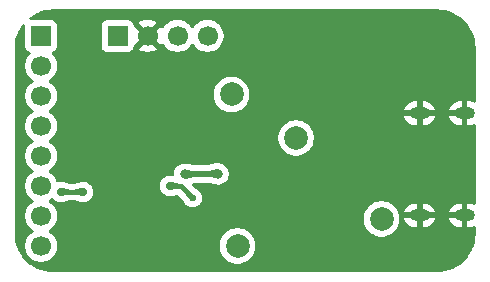
<source format=gbr>
%TF.GenerationSoftware,KiCad,Pcbnew,9.0.3-9.0.3-0~ubuntu22.04.1*%
%TF.CreationDate,2025-07-27T07:15:49-07:00*%
%TF.ProjectId,mixer-main,6d697865-722d-46d6-9169-6e2e6b696361,rev?*%
%TF.SameCoordinates,Original*%
%TF.FileFunction,Copper,L2,Bot*%
%TF.FilePolarity,Positive*%
%FSLAX46Y46*%
G04 Gerber Fmt 4.6, Leading zero omitted, Abs format (unit mm)*
G04 Created by KiCad (PCBNEW 9.0.3-9.0.3-0~ubuntu22.04.1) date 2025-07-27 07:15:49*
%MOMM*%
%LPD*%
G01*
G04 APERTURE LIST*
%TA.AperFunction,ComponentPad*%
%ADD10R,1.700000X1.700000*%
%TD*%
%TA.AperFunction,ComponentPad*%
%ADD11C,1.700000*%
%TD*%
%TA.AperFunction,HeatsinkPad*%
%ADD12O,1.700000X1.000000*%
%TD*%
%TA.AperFunction,ComponentPad*%
%ADD13C,2.000000*%
%TD*%
%TA.AperFunction,ViaPad*%
%ADD14C,0.600000*%
%TD*%
%TA.AperFunction,ViaPad*%
%ADD15C,0.800000*%
%TD*%
%TA.AperFunction,ViaPad*%
%ADD16C,0.700000*%
%TD*%
%TA.AperFunction,Conductor*%
%ADD17C,0.400000*%
%TD*%
%TA.AperFunction,Conductor*%
%ADD18C,0.500000*%
%TD*%
G04 APERTURE END LIST*
D10*
%TO.P,J2,1,Pin_1*%
%TO.N,/MIX_OUT*%
X131445000Y-73660000D03*
D11*
%TO.P,J2,2,Pin_2*%
%TO.N,GND*%
X133985000Y-73660000D03*
%TO.P,J2,3,Pin_3*%
%TO.N,/TO_OPAMP_7*%
X136525000Y-73660000D03*
%TO.P,J2,4,Pin_4*%
%TO.N,/TO_OPAMP_6*%
X139065000Y-73660000D03*
%TD*%
D12*
%TO.P,J1,S1,SHIELD*%
%TO.N,GND*%
X157020000Y-88853000D03*
X160820000Y-88853000D03*
X157020000Y-80213000D03*
X160820000Y-80213000D03*
%TD*%
D13*
%TO.P,TP4,1,1*%
%TO.N,Net-(U1A--)*%
X141605000Y-91440000D03*
%TD*%
%TO.P,TP3,1,1*%
%TO.N,Net-(FB1-Pad1)*%
X153797000Y-89154000D03*
%TD*%
D10*
%TO.P,J3,1,Pin_1*%
%TO.N,/IN_SIG_1*%
X124968000Y-73660000D03*
D11*
%TO.P,J3,2,Pin_2*%
%TO.N,/VREF_1.65V*%
X124968000Y-76200000D03*
%TO.P,J3,3,Pin_3*%
%TO.N,/IN_SIG_2*%
X124968000Y-78740000D03*
%TO.P,J3,4,Pin_4*%
%TO.N,/VREF_1.65V*%
X124968000Y-81280000D03*
%TO.P,J3,5,Pin_5*%
%TO.N,/IN_SIG_3*%
X124968000Y-83820000D03*
%TO.P,J3,6,Pin_6*%
%TO.N,/VREF_1.65V*%
X124968000Y-86360000D03*
%TO.P,J3,7,Pin_7*%
%TO.N,/IN_SIG_4*%
X124968000Y-88900000D03*
%TO.P,J3,8,Pin_8*%
%TO.N,/VREF_1.65V*%
X124968000Y-91440000D03*
%TD*%
D13*
%TO.P,TP2,1,1*%
%TO.N,+3.3V*%
X141097000Y-78613000D03*
%TD*%
%TO.P,TP1,1,1*%
%TO.N,/VREF_1.65V*%
X146558000Y-82296000D03*
%TD*%
D14*
%TO.N,GND*%
X147828000Y-77216000D03*
X155956000Y-74168000D03*
X156210000Y-75184000D03*
X156210000Y-76200000D03*
X155956000Y-77470000D03*
X156464000Y-78486000D03*
X141478000Y-72898000D03*
X129540000Y-83058000D03*
X160528000Y-86360000D03*
X153924000Y-92710000D03*
X158496000Y-73914000D03*
X160528000Y-82804000D03*
X127762000Y-92202000D03*
D15*
X159004000Y-87884000D03*
D14*
X150114000Y-72644000D03*
D15*
X159004000Y-81280000D03*
D14*
X158496000Y-77216000D03*
X146812000Y-77216000D03*
X151638000Y-81788000D03*
X147574000Y-92710000D03*
X132334000Y-81534000D03*
X141224000Y-82550000D03*
X154178000Y-72644000D03*
X150622000Y-85598000D03*
X139446000Y-80010000D03*
X132334000Y-90424000D03*
X127762000Y-72136000D03*
X135128000Y-76708000D03*
X130048000Y-87884000D03*
D15*
X139192000Y-90678000D03*
D14*
X158750000Y-91948000D03*
X139192000Y-76200000D03*
X151384000Y-90170000D03*
D16*
%TO.N,/VREF_1.65V*%
X128524000Y-86868000D03*
D14*
X137795000Y-87376000D03*
D16*
X126617000Y-86868000D03*
X135890000Y-86360000D03*
D15*
%TO.N,+3.3V*%
X139954000Y-85344000D03*
X137122000Y-85378522D03*
%TD*%
D17*
%TO.N,/VREF_1.65V*%
X135890000Y-86360000D02*
X136779000Y-86360000D01*
X136779000Y-86360000D02*
X137795000Y-87376000D01*
X128524000Y-86868000D02*
X126617000Y-86868000D01*
D18*
%TO.N,+3.3V*%
X139954000Y-85344000D02*
X137156522Y-85344000D01*
X137156522Y-85344000D02*
X137122000Y-85378522D01*
%TD*%
%TA.AperFunction,Conductor*%
%TO.N,GND*%
G36*
X158499243Y-71420669D02*
G01*
X158829805Y-71437994D01*
X158842712Y-71439351D01*
X158985353Y-71461942D01*
X159166435Y-71490622D01*
X159179122Y-71493318D01*
X159495734Y-71578155D01*
X159508073Y-71582165D01*
X159814067Y-71699625D01*
X159825910Y-71704897D01*
X160117977Y-71853712D01*
X160129191Y-71860188D01*
X160404081Y-72038703D01*
X160414582Y-72046332D01*
X160669308Y-72252605D01*
X160678953Y-72261290D01*
X160910709Y-72493046D01*
X160919394Y-72502691D01*
X161125667Y-72757417D01*
X161133296Y-72767918D01*
X161311808Y-73042802D01*
X161318290Y-73054029D01*
X161391825Y-73198349D01*
X161467097Y-73346079D01*
X161472376Y-73357937D01*
X161589834Y-73663927D01*
X161593845Y-73676270D01*
X161678679Y-73992871D01*
X161681377Y-74005568D01*
X161732648Y-74329287D01*
X161734005Y-74342194D01*
X161751330Y-74672756D01*
X161751500Y-74679246D01*
X161751500Y-79185893D01*
X161731815Y-79252932D01*
X161679011Y-79298687D01*
X161609853Y-79308631D01*
X161580048Y-79300454D01*
X161461693Y-79251430D01*
X161461681Y-79251427D01*
X161268495Y-79213000D01*
X161070000Y-79213000D01*
X161070000Y-79963000D01*
X160570000Y-79963000D01*
X160570000Y-79213000D01*
X160371504Y-79213000D01*
X160178318Y-79251427D01*
X160178306Y-79251430D01*
X159996328Y-79326807D01*
X159996315Y-79326814D01*
X159832537Y-79436248D01*
X159832533Y-79436251D01*
X159693251Y-79575533D01*
X159693248Y-79575537D01*
X159583814Y-79739315D01*
X159583807Y-79739328D01*
X159508430Y-79921307D01*
X159508430Y-79921309D01*
X159500138Y-79963000D01*
X160420272Y-79963000D01*
X160328386Y-80001060D01*
X160258060Y-80071386D01*
X160220000Y-80163272D01*
X160220000Y-80262728D01*
X160258060Y-80354614D01*
X160328386Y-80424940D01*
X160420272Y-80463000D01*
X159500138Y-80463000D01*
X159508430Y-80504690D01*
X159508430Y-80504692D01*
X159583807Y-80686671D01*
X159583814Y-80686684D01*
X159693248Y-80850462D01*
X159693251Y-80850466D01*
X159832533Y-80989748D01*
X159832537Y-80989751D01*
X159996315Y-81099185D01*
X159996328Y-81099192D01*
X160178306Y-81174569D01*
X160178318Y-81174572D01*
X160371504Y-81212999D01*
X160371508Y-81213000D01*
X160570000Y-81213000D01*
X160570000Y-80463000D01*
X161070000Y-80463000D01*
X161070000Y-81213000D01*
X161268492Y-81213000D01*
X161268495Y-81212999D01*
X161461681Y-81174572D01*
X161461689Y-81174570D01*
X161580047Y-81125545D01*
X161649516Y-81118076D01*
X161711996Y-81149351D01*
X161747648Y-81209440D01*
X161751500Y-81240106D01*
X161751500Y-87825893D01*
X161731815Y-87892932D01*
X161679011Y-87938687D01*
X161609853Y-87948631D01*
X161580048Y-87940454D01*
X161461693Y-87891430D01*
X161461681Y-87891427D01*
X161268495Y-87853000D01*
X161070000Y-87853000D01*
X161070000Y-88603000D01*
X160570000Y-88603000D01*
X160570000Y-87853000D01*
X160371504Y-87853000D01*
X160178318Y-87891427D01*
X160178306Y-87891430D01*
X159996328Y-87966807D01*
X159996315Y-87966814D01*
X159832537Y-88076248D01*
X159832533Y-88076251D01*
X159693251Y-88215533D01*
X159693248Y-88215537D01*
X159583814Y-88379315D01*
X159583807Y-88379328D01*
X159508430Y-88561307D01*
X159508430Y-88561309D01*
X159500138Y-88603000D01*
X160420272Y-88603000D01*
X160328386Y-88641060D01*
X160258060Y-88711386D01*
X160220000Y-88803272D01*
X160220000Y-88902728D01*
X160258060Y-88994614D01*
X160328386Y-89064940D01*
X160420272Y-89103000D01*
X159500138Y-89103000D01*
X159508430Y-89144690D01*
X159508430Y-89144692D01*
X159583807Y-89326671D01*
X159583814Y-89326684D01*
X159693248Y-89490462D01*
X159693251Y-89490466D01*
X159832533Y-89629748D01*
X159832537Y-89629751D01*
X159996315Y-89739185D01*
X159996328Y-89739192D01*
X160178306Y-89814569D01*
X160178318Y-89814572D01*
X160371504Y-89852999D01*
X160371508Y-89853000D01*
X160570000Y-89853000D01*
X160570000Y-89103000D01*
X161070000Y-89103000D01*
X161070000Y-89853000D01*
X161268492Y-89853000D01*
X161268495Y-89852999D01*
X161461681Y-89814572D01*
X161461689Y-89814570D01*
X161580047Y-89765545D01*
X161649516Y-89758076D01*
X161711996Y-89789351D01*
X161747648Y-89849440D01*
X161751500Y-89880106D01*
X161751500Y-90420753D01*
X161751330Y-90427243D01*
X161734005Y-90757805D01*
X161732648Y-90770712D01*
X161681377Y-91094431D01*
X161678679Y-91107128D01*
X161593845Y-91423729D01*
X161589834Y-91436072D01*
X161472376Y-91742062D01*
X161467097Y-91753920D01*
X161318294Y-92045964D01*
X161311804Y-92057204D01*
X161133296Y-92332081D01*
X161125667Y-92342582D01*
X160919394Y-92597308D01*
X160910709Y-92606953D01*
X160678953Y-92838709D01*
X160669308Y-92847394D01*
X160414582Y-93053667D01*
X160404081Y-93061296D01*
X160129204Y-93239804D01*
X160117964Y-93246294D01*
X159825920Y-93395097D01*
X159814062Y-93400376D01*
X159508072Y-93517834D01*
X159495729Y-93521845D01*
X159179128Y-93606679D01*
X159166431Y-93609377D01*
X158842712Y-93660648D01*
X158829805Y-93662005D01*
X158499244Y-93679330D01*
X158492754Y-93679500D01*
X125987246Y-93679500D01*
X125980756Y-93679330D01*
X125650194Y-93662005D01*
X125637287Y-93660648D01*
X125313568Y-93609377D01*
X125300871Y-93606679D01*
X124984270Y-93521845D01*
X124971927Y-93517834D01*
X124665937Y-93400376D01*
X124654079Y-93395097D01*
X124362029Y-93246290D01*
X124350802Y-93239808D01*
X124075918Y-93061296D01*
X124065417Y-93053667D01*
X123810691Y-92847394D01*
X123801046Y-92838709D01*
X123569290Y-92606953D01*
X123560605Y-92597308D01*
X123354332Y-92342582D01*
X123346703Y-92332081D01*
X123168188Y-92057191D01*
X123161712Y-92045977D01*
X123012897Y-91753910D01*
X123007623Y-91742062D01*
X123000990Y-91724783D01*
X122890165Y-91436072D01*
X122886154Y-91423729D01*
X122858869Y-91321902D01*
X122801318Y-91107122D01*
X122798622Y-91094431D01*
X122797703Y-91088631D01*
X122762127Y-90864008D01*
X122747351Y-90770712D01*
X122745994Y-90757805D01*
X122728670Y-90427243D01*
X122728500Y-90420753D01*
X122728500Y-74679246D01*
X122728670Y-74672756D01*
X122738429Y-74486542D01*
X122745994Y-74342192D01*
X122747351Y-74329287D01*
X122753429Y-74290912D01*
X122798623Y-74005560D01*
X122801317Y-73992881D01*
X122886157Y-73676259D01*
X122890165Y-73663927D01*
X122891672Y-73660001D01*
X123007628Y-73357925D01*
X123012894Y-73346096D01*
X123161716Y-73054014D01*
X123168182Y-73042816D01*
X123346710Y-72767907D01*
X123354325Y-72757426D01*
X123397135Y-72704559D01*
X123454621Y-72664850D01*
X123524452Y-72662522D01*
X123584456Y-72698317D01*
X123615582Y-72760871D01*
X123617500Y-72782597D01*
X123617500Y-74557870D01*
X123617501Y-74557876D01*
X123623908Y-74617483D01*
X123674202Y-74752328D01*
X123674206Y-74752335D01*
X123760452Y-74867544D01*
X123760455Y-74867547D01*
X123875664Y-74953793D01*
X123875671Y-74953797D01*
X124007082Y-75002810D01*
X124063016Y-75044681D01*
X124087433Y-75110145D01*
X124072582Y-75178418D01*
X124051431Y-75206673D01*
X123937889Y-75320215D01*
X123812951Y-75492179D01*
X123716444Y-75681585D01*
X123650753Y-75883760D01*
X123617500Y-76093713D01*
X123617500Y-76306286D01*
X123650753Y-76516239D01*
X123716444Y-76718414D01*
X123812951Y-76907820D01*
X123937890Y-77079786D01*
X124088213Y-77230109D01*
X124260182Y-77355050D01*
X124268946Y-77359516D01*
X124319742Y-77407491D01*
X124336536Y-77475312D01*
X124313998Y-77541447D01*
X124268946Y-77580484D01*
X124260182Y-77584949D01*
X124088213Y-77709890D01*
X123937890Y-77860213D01*
X123812951Y-78032179D01*
X123716444Y-78221585D01*
X123650753Y-78423760D01*
X123637184Y-78509434D01*
X123617500Y-78633713D01*
X123617500Y-78846287D01*
X123650754Y-79056243D01*
X123714662Y-79252932D01*
X123716444Y-79258414D01*
X123812951Y-79447820D01*
X123937890Y-79619786D01*
X124088213Y-79770109D01*
X124260182Y-79895050D01*
X124268946Y-79899516D01*
X124319742Y-79947491D01*
X124336536Y-80015312D01*
X124313998Y-80081447D01*
X124268946Y-80120484D01*
X124260182Y-80124949D01*
X124088213Y-80249890D01*
X123937890Y-80400213D01*
X123812951Y-80572179D01*
X123716444Y-80761585D01*
X123650753Y-80963760D01*
X123617500Y-81173713D01*
X123617500Y-81386286D01*
X123637025Y-81509566D01*
X123650754Y-81596243D01*
X123690966Y-81720003D01*
X123716444Y-81798414D01*
X123812951Y-81987820D01*
X123937890Y-82159786D01*
X124088213Y-82310109D01*
X124260182Y-82435050D01*
X124268946Y-82439516D01*
X124319742Y-82487491D01*
X124336536Y-82555312D01*
X124313998Y-82621447D01*
X124268946Y-82660484D01*
X124260182Y-82664949D01*
X124088213Y-82789890D01*
X123937890Y-82940213D01*
X123812951Y-83112179D01*
X123716444Y-83301585D01*
X123650753Y-83503760D01*
X123617500Y-83713713D01*
X123617500Y-83926286D01*
X123650753Y-84136239D01*
X123716444Y-84338414D01*
X123812951Y-84527820D01*
X123937890Y-84699786D01*
X124088213Y-84850109D01*
X124260182Y-84975050D01*
X124268946Y-84979516D01*
X124319742Y-85027491D01*
X124336536Y-85095312D01*
X124313998Y-85161447D01*
X124268946Y-85200484D01*
X124260182Y-85204949D01*
X124088213Y-85329890D01*
X123937890Y-85480213D01*
X123812951Y-85652179D01*
X123716444Y-85841585D01*
X123650753Y-86043760D01*
X123624839Y-86207374D01*
X123617500Y-86253713D01*
X123617500Y-86466287D01*
X123650754Y-86676243D01*
X123712316Y-86865711D01*
X123716444Y-86878414D01*
X123812951Y-87067820D01*
X123937890Y-87239786D01*
X124088213Y-87390109D01*
X124260182Y-87515050D01*
X124268946Y-87519516D01*
X124319742Y-87567491D01*
X124336536Y-87635312D01*
X124313998Y-87701447D01*
X124268946Y-87740484D01*
X124260182Y-87744949D01*
X124088213Y-87869890D01*
X123937890Y-88020213D01*
X123812951Y-88192179D01*
X123716444Y-88381585D01*
X123650753Y-88583760D01*
X123617500Y-88793713D01*
X123617500Y-89006286D01*
X123650753Y-89216239D01*
X123650753Y-89216241D01*
X123650754Y-89216243D01*
X123686634Y-89326671D01*
X123716444Y-89418414D01*
X123812951Y-89607820D01*
X123937890Y-89779786D01*
X124088213Y-89930109D01*
X124260182Y-90055050D01*
X124268946Y-90059516D01*
X124319742Y-90107491D01*
X124336536Y-90175312D01*
X124313998Y-90241447D01*
X124268946Y-90280484D01*
X124260182Y-90284949D01*
X124088213Y-90409890D01*
X123937890Y-90560213D01*
X123812951Y-90732179D01*
X123716444Y-90921585D01*
X123650753Y-91123760D01*
X123617500Y-91333713D01*
X123617500Y-91546286D01*
X123650753Y-91756239D01*
X123716444Y-91958414D01*
X123812951Y-92147820D01*
X123937890Y-92319786D01*
X124088213Y-92470109D01*
X124260179Y-92595048D01*
X124260181Y-92595049D01*
X124260184Y-92595051D01*
X124449588Y-92691557D01*
X124651757Y-92757246D01*
X124861713Y-92790500D01*
X124861714Y-92790500D01*
X125074286Y-92790500D01*
X125074287Y-92790500D01*
X125284243Y-92757246D01*
X125486412Y-92691557D01*
X125675816Y-92595051D01*
X125697789Y-92579086D01*
X125847786Y-92470109D01*
X125847788Y-92470106D01*
X125847792Y-92470104D01*
X125998104Y-92319792D01*
X125998106Y-92319788D01*
X125998109Y-92319786D01*
X126123048Y-92147820D01*
X126123047Y-92147820D01*
X126123051Y-92147816D01*
X126219557Y-91958412D01*
X126285246Y-91756243D01*
X126318500Y-91546287D01*
X126318500Y-91333713D01*
X126316629Y-91321902D01*
X140104500Y-91321902D01*
X140104500Y-91558097D01*
X140141446Y-91791368D01*
X140214433Y-92015996D01*
X140321657Y-92226433D01*
X140460483Y-92417510D01*
X140627490Y-92584517D01*
X140818567Y-92723343D01*
X140917991Y-92774002D01*
X141029003Y-92830566D01*
X141029005Y-92830566D01*
X141029008Y-92830568D01*
X141149412Y-92869689D01*
X141253631Y-92903553D01*
X141486903Y-92940500D01*
X141486908Y-92940500D01*
X141723097Y-92940500D01*
X141956368Y-92903553D01*
X142180992Y-92830568D01*
X142391433Y-92723343D01*
X142582510Y-92584517D01*
X142749517Y-92417510D01*
X142888343Y-92226433D01*
X142995568Y-92015992D01*
X143068553Y-91791368D01*
X143079099Y-91724783D01*
X143105500Y-91558097D01*
X143105500Y-91321902D01*
X143068553Y-91088631D01*
X142995566Y-90864003D01*
X142888342Y-90653566D01*
X142862177Y-90617553D01*
X142749517Y-90462490D01*
X142582510Y-90295483D01*
X142391433Y-90156657D01*
X142381424Y-90151557D01*
X142180996Y-90049433D01*
X141956368Y-89976446D01*
X141723097Y-89939500D01*
X141723092Y-89939500D01*
X141486908Y-89939500D01*
X141486903Y-89939500D01*
X141253631Y-89976446D01*
X141029003Y-90049433D01*
X140818566Y-90156657D01*
X140774817Y-90188443D01*
X140627490Y-90295483D01*
X140627488Y-90295485D01*
X140627487Y-90295485D01*
X140460485Y-90462487D01*
X140460485Y-90462488D01*
X140460483Y-90462490D01*
X140400862Y-90544550D01*
X140321657Y-90653566D01*
X140214433Y-90864003D01*
X140141446Y-91088631D01*
X140104500Y-91321902D01*
X126316629Y-91321902D01*
X126285246Y-91123757D01*
X126219557Y-90921588D01*
X126123051Y-90732184D01*
X126123049Y-90732181D01*
X126123048Y-90732179D01*
X125998109Y-90560213D01*
X125847786Y-90409890D01*
X125675820Y-90284951D01*
X125675115Y-90284591D01*
X125667054Y-90280485D01*
X125616259Y-90232512D01*
X125599463Y-90164692D01*
X125621999Y-90098556D01*
X125667054Y-90059515D01*
X125675816Y-90055051D01*
X125784006Y-89976447D01*
X125847786Y-89930109D01*
X125847788Y-89930106D01*
X125847792Y-89930104D01*
X125998104Y-89779792D01*
X125998106Y-89779788D01*
X125998109Y-89779786D01*
X126123048Y-89607820D01*
X126123047Y-89607820D01*
X126123051Y-89607816D01*
X126219557Y-89418412D01*
X126285246Y-89216243D01*
X126313809Y-89035902D01*
X152296500Y-89035902D01*
X152296500Y-89272097D01*
X152333446Y-89505368D01*
X152406433Y-89729996D01*
X152482919Y-89880106D01*
X152513657Y-89940433D01*
X152652483Y-90131510D01*
X152819490Y-90298517D01*
X153010567Y-90437343D01*
X153059915Y-90462487D01*
X153221003Y-90544566D01*
X153221005Y-90544566D01*
X153221008Y-90544568D01*
X153341412Y-90583689D01*
X153445631Y-90617553D01*
X153678903Y-90654500D01*
X153678908Y-90654500D01*
X153915097Y-90654500D01*
X154148368Y-90617553D01*
X154160971Y-90613458D01*
X154372992Y-90544568D01*
X154583433Y-90437343D01*
X154774510Y-90298517D01*
X154941517Y-90131510D01*
X155080343Y-89940433D01*
X155187568Y-89729992D01*
X155260553Y-89505368D01*
X155274325Y-89418414D01*
X155297500Y-89272097D01*
X155297500Y-89035902D01*
X155260654Y-88803272D01*
X155260553Y-88802632D01*
X155260552Y-88802628D01*
X155260552Y-88802627D01*
X155218969Y-88674649D01*
X155195688Y-88603000D01*
X155700138Y-88603000D01*
X156620272Y-88603000D01*
X156528386Y-88641060D01*
X156458060Y-88711386D01*
X156420000Y-88803272D01*
X156420000Y-88902728D01*
X156458060Y-88994614D01*
X156528386Y-89064940D01*
X156620272Y-89103000D01*
X155700138Y-89103000D01*
X155708430Y-89144690D01*
X155708430Y-89144692D01*
X155783807Y-89326671D01*
X155783814Y-89326684D01*
X155893248Y-89490462D01*
X155893251Y-89490466D01*
X156032533Y-89629748D01*
X156032537Y-89629751D01*
X156196315Y-89739185D01*
X156196328Y-89739192D01*
X156378306Y-89814569D01*
X156378318Y-89814572D01*
X156571504Y-89852999D01*
X156571508Y-89853000D01*
X156770000Y-89853000D01*
X156770000Y-89103000D01*
X157270000Y-89103000D01*
X157270000Y-89853000D01*
X157468492Y-89853000D01*
X157468495Y-89852999D01*
X157661681Y-89814572D01*
X157661693Y-89814569D01*
X157843671Y-89739192D01*
X157843684Y-89739185D01*
X158007462Y-89629751D01*
X158007466Y-89629748D01*
X158146748Y-89490466D01*
X158146751Y-89490462D01*
X158256185Y-89326684D01*
X158256192Y-89326671D01*
X158331569Y-89144692D01*
X158331569Y-89144690D01*
X158339862Y-89103000D01*
X157419728Y-89103000D01*
X157511614Y-89064940D01*
X157581940Y-88994614D01*
X157620000Y-88902728D01*
X157620000Y-88803272D01*
X157581940Y-88711386D01*
X157511614Y-88641060D01*
X157419728Y-88603000D01*
X158339862Y-88603000D01*
X158331569Y-88561309D01*
X158331569Y-88561307D01*
X158256192Y-88379328D01*
X158256185Y-88379315D01*
X158146751Y-88215537D01*
X158146748Y-88215533D01*
X158007466Y-88076251D01*
X158007462Y-88076248D01*
X157843684Y-87966814D01*
X157843671Y-87966807D01*
X157661693Y-87891430D01*
X157661681Y-87891427D01*
X157468495Y-87853000D01*
X157270000Y-87853000D01*
X157270000Y-88603000D01*
X156770000Y-88603000D01*
X156770000Y-87853000D01*
X156571504Y-87853000D01*
X156378318Y-87891427D01*
X156378306Y-87891430D01*
X156196328Y-87966807D01*
X156196315Y-87966814D01*
X156032537Y-88076248D01*
X156032533Y-88076251D01*
X155893251Y-88215533D01*
X155893248Y-88215537D01*
X155783814Y-88379315D01*
X155783807Y-88379328D01*
X155708430Y-88561307D01*
X155708430Y-88561309D01*
X155700138Y-88603000D01*
X155195688Y-88603000D01*
X155187566Y-88578003D01*
X155087487Y-88381588D01*
X155080343Y-88367567D01*
X154941517Y-88176490D01*
X154774510Y-88009483D01*
X154583433Y-87870657D01*
X154564755Y-87861140D01*
X154372996Y-87763433D01*
X154148368Y-87690446D01*
X153915097Y-87653500D01*
X153915092Y-87653500D01*
X153678908Y-87653500D01*
X153678903Y-87653500D01*
X153445631Y-87690446D01*
X153221003Y-87763433D01*
X153010566Y-87870657D01*
X152916932Y-87938687D01*
X152819490Y-88009483D01*
X152819488Y-88009485D01*
X152819487Y-88009485D01*
X152652485Y-88176487D01*
X152652485Y-88176488D01*
X152652483Y-88176490D01*
X152641081Y-88192184D01*
X152513657Y-88367566D01*
X152406433Y-88578003D01*
X152333446Y-88802631D01*
X152296500Y-89035902D01*
X126313809Y-89035902D01*
X126318500Y-89006287D01*
X126318500Y-88793713D01*
X126285246Y-88583757D01*
X126219557Y-88381588D01*
X126123051Y-88192184D01*
X126123049Y-88192181D01*
X126123048Y-88192179D01*
X125998109Y-88020213D01*
X125847786Y-87869890D01*
X125675820Y-87744951D01*
X125675115Y-87744591D01*
X125667054Y-87740485D01*
X125616259Y-87692512D01*
X125599463Y-87624692D01*
X125621999Y-87558556D01*
X125652016Y-87528572D01*
X125659211Y-87523511D01*
X125675816Y-87515051D01*
X125814209Y-87414502D01*
X125814936Y-87413992D01*
X125847141Y-87403056D01*
X125879190Y-87391622D01*
X125880156Y-87391846D01*
X125881096Y-87391528D01*
X125914070Y-87399733D01*
X125947244Y-87407447D01*
X125948301Y-87408250D01*
X125948898Y-87408399D01*
X125949909Y-87409472D01*
X125973950Y-87427739D01*
X126074837Y-87528626D01*
X126119631Y-87558556D01*
X126214137Y-87621703D01*
X126214138Y-87621703D01*
X126214139Y-87621704D01*
X126246992Y-87635312D01*
X126368918Y-87685816D01*
X126512877Y-87714451D01*
X126533228Y-87718499D01*
X126533232Y-87718500D01*
X126533233Y-87718500D01*
X126700768Y-87718500D01*
X126721122Y-87714451D01*
X126764056Y-87705910D01*
X126778018Y-87703951D01*
X126779583Y-87703821D01*
X126809940Y-87701310D01*
X127375606Y-87571635D01*
X127403313Y-87568500D01*
X127737686Y-87568500D01*
X127765392Y-87571634D01*
X128331058Y-87701310D01*
X128336628Y-87702554D01*
X128336663Y-87702561D01*
X128336723Y-87702575D01*
X128336793Y-87702589D01*
X128336927Y-87702619D01*
X128397873Y-87712019D01*
X128402018Y-87712231D01*
X128419876Y-87714450D01*
X128440233Y-87718500D01*
X128440234Y-87718500D01*
X128607768Y-87718500D01*
X128607769Y-87718499D01*
X128772082Y-87685816D01*
X128926863Y-87621703D01*
X129066162Y-87528626D01*
X129184626Y-87410162D01*
X129277703Y-87270863D01*
X129341816Y-87116082D01*
X129374500Y-86951767D01*
X129374500Y-86784233D01*
X129341816Y-86619918D01*
X129292227Y-86500201D01*
X129277704Y-86465139D01*
X129263426Y-86443771D01*
X129184626Y-86325838D01*
X129184624Y-86325835D01*
X129135017Y-86276228D01*
X135039500Y-86276228D01*
X135039500Y-86443771D01*
X135072182Y-86608074D01*
X135072184Y-86608082D01*
X135136295Y-86762860D01*
X135229373Y-86902162D01*
X135347837Y-87020626D01*
X135440494Y-87082537D01*
X135487137Y-87113703D01*
X135641918Y-87177816D01*
X135806228Y-87210499D01*
X135806232Y-87210500D01*
X135806233Y-87210500D01*
X135973768Y-87210500D01*
X135992474Y-87206778D01*
X136037056Y-87197910D01*
X136051018Y-87195951D01*
X136052151Y-87195857D01*
X136082940Y-87193310D01*
X136454314Y-87108174D01*
X136524055Y-87112381D01*
X136569701Y-87141358D01*
X136820528Y-87392185D01*
X136834393Y-87408701D01*
X137077209Y-87755179D01*
X137125049Y-87823442D01*
X137154215Y-87861143D01*
X137154219Y-87861147D01*
X137154856Y-87861826D01*
X137167513Y-87877762D01*
X137173211Y-87886289D01*
X137235553Y-87948631D01*
X137284712Y-87997790D01*
X137415814Y-88085390D01*
X137415827Y-88085397D01*
X137561498Y-88145735D01*
X137561503Y-88145737D01*
X137716093Y-88176487D01*
X137716153Y-88176499D01*
X137716156Y-88176500D01*
X137716158Y-88176500D01*
X137873844Y-88176500D01*
X137873845Y-88176499D01*
X138028497Y-88145737D01*
X138174179Y-88085394D01*
X138305289Y-87997789D01*
X138416789Y-87886289D01*
X138504394Y-87755179D01*
X138564737Y-87609497D01*
X138595500Y-87454842D01*
X138595500Y-87297158D01*
X138595500Y-87297155D01*
X138595499Y-87297153D01*
X138564737Y-87142503D01*
X138533801Y-87067816D01*
X138504397Y-86996827D01*
X138504390Y-86996814D01*
X138416789Y-86865711D01*
X138416786Y-86865707D01*
X138305292Y-86754213D01*
X138305288Y-86754210D01*
X138273725Y-86733120D01*
X138257728Y-86720406D01*
X138242442Y-86706049D01*
X137827701Y-86415393D01*
X137811185Y-86401528D01*
X137757064Y-86347407D01*
X137723579Y-86286084D01*
X137728563Y-86216392D01*
X137770435Y-86160459D01*
X137814944Y-86139361D01*
X137942988Y-86107661D01*
X137981473Y-86098134D01*
X138011271Y-86094500D01*
X139074490Y-86094500D01*
X139098720Y-86096890D01*
X139765738Y-86229788D01*
X139818746Y-86237456D01*
X139818749Y-86237455D01*
X139818751Y-86237456D01*
X139823884Y-86237691D01*
X139842395Y-86239942D01*
X139865309Y-86244500D01*
X139865311Y-86244500D01*
X140042693Y-86244500D01*
X140042694Y-86244499D01*
X140116668Y-86229785D01*
X140216658Y-86209896D01*
X140216661Y-86209894D01*
X140216666Y-86209894D01*
X140380547Y-86142013D01*
X140528035Y-86043464D01*
X140653464Y-85918035D01*
X140752013Y-85770547D01*
X140819894Y-85606666D01*
X140819968Y-85606297D01*
X140854499Y-85432695D01*
X140854500Y-85432693D01*
X140854500Y-85255306D01*
X140854499Y-85255304D01*
X140819896Y-85081341D01*
X140819893Y-85081332D01*
X140752016Y-84917459D01*
X140752009Y-84917446D01*
X140653464Y-84769965D01*
X140653461Y-84769961D01*
X140528038Y-84644538D01*
X140528034Y-84644535D01*
X140380553Y-84545990D01*
X140380540Y-84545983D01*
X140216667Y-84478106D01*
X140216658Y-84478103D01*
X140042694Y-84443500D01*
X140042691Y-84443500D01*
X139865309Y-84443500D01*
X139865308Y-84443500D01*
X139809548Y-84454590D01*
X139792038Y-84456792D01*
X139765748Y-84458209D01*
X139765740Y-84458210D01*
X139765739Y-84458211D01*
X139098714Y-84591110D01*
X139074484Y-84593500D01*
X137994677Y-84593500D01*
X137976174Y-84592112D01*
X137286470Y-84488028D01*
X137239292Y-84482891D01*
X137239328Y-84482555D01*
X137226709Y-84481208D01*
X137210691Y-84478022D01*
X137033309Y-84478022D01*
X137033306Y-84478022D01*
X136859341Y-84512625D01*
X136859332Y-84512628D01*
X136695459Y-84580505D01*
X136695446Y-84580512D01*
X136547965Y-84679057D01*
X136547961Y-84679060D01*
X136422538Y-84804483D01*
X136422535Y-84804487D01*
X136323990Y-84951968D01*
X136323983Y-84951981D01*
X136256106Y-85115854D01*
X136256103Y-85115863D01*
X136221500Y-85289826D01*
X136221500Y-85403030D01*
X136216537Y-85419930D01*
X136216600Y-85437542D01*
X136206898Y-85452756D01*
X136201815Y-85470069D01*
X136188505Y-85481601D01*
X136179035Y-85496454D01*
X136162646Y-85504008D01*
X136149011Y-85515824D01*
X136131477Y-85518376D01*
X136115583Y-85525704D01*
X136084806Y-85525172D01*
X136080289Y-85525830D01*
X136077022Y-85525372D01*
X136076523Y-85525261D01*
X136076268Y-85525206D01*
X136016126Y-85515980D01*
X136011638Y-85516208D01*
X136001099Y-85514731D01*
X136000136Y-85514295D01*
X135994118Y-85513548D01*
X135985892Y-85511911D01*
X135973768Y-85509500D01*
X135973767Y-85509500D01*
X135806233Y-85509500D01*
X135806228Y-85509500D01*
X135641925Y-85542182D01*
X135641917Y-85542184D01*
X135487139Y-85606295D01*
X135347837Y-85699373D01*
X135229373Y-85817837D01*
X135136295Y-85957139D01*
X135072184Y-86111917D01*
X135072182Y-86111925D01*
X135039500Y-86276228D01*
X129135017Y-86276228D01*
X129066162Y-86207373D01*
X128926860Y-86114295D01*
X128772082Y-86050184D01*
X128772074Y-86050182D01*
X128607771Y-86017500D01*
X128607767Y-86017500D01*
X128440233Y-86017500D01*
X128419882Y-86021548D01*
X128376957Y-86030086D01*
X128362995Y-86032045D01*
X128331073Y-86034686D01*
X128331065Y-86034688D01*
X128331060Y-86034688D01*
X128331060Y-86034689D01*
X128123320Y-86082312D01*
X127765390Y-86164365D01*
X127737683Y-86167500D01*
X127403317Y-86167500D01*
X127375610Y-86164365D01*
X126809888Y-86034677D01*
X126803551Y-86033267D01*
X126803286Y-86033209D01*
X126803251Y-86033203D01*
X126743122Y-86023979D01*
X126739018Y-86023771D01*
X126721118Y-86021548D01*
X126712892Y-86019911D01*
X126700768Y-86017500D01*
X126700767Y-86017500D01*
X126533233Y-86017500D01*
X126500661Y-86023979D01*
X126400357Y-86043930D01*
X126330766Y-86037701D01*
X126275589Y-85994838D01*
X126258236Y-85960630D01*
X126244396Y-85918035D01*
X126219557Y-85841588D01*
X126123051Y-85652184D01*
X126123049Y-85652181D01*
X126123048Y-85652179D01*
X125998109Y-85480213D01*
X125847786Y-85329890D01*
X125675820Y-85204951D01*
X125675115Y-85204591D01*
X125667054Y-85200485D01*
X125616259Y-85152512D01*
X125599463Y-85084692D01*
X125621999Y-85018556D01*
X125667054Y-84979515D01*
X125675816Y-84975051D01*
X125755085Y-84917459D01*
X125847786Y-84850109D01*
X125847788Y-84850106D01*
X125847792Y-84850104D01*
X125998104Y-84699792D01*
X125998106Y-84699788D01*
X125998109Y-84699786D01*
X126123048Y-84527820D01*
X126123047Y-84527820D01*
X126123051Y-84527816D01*
X126219557Y-84338412D01*
X126285246Y-84136243D01*
X126318500Y-83926287D01*
X126318500Y-83713713D01*
X126285246Y-83503757D01*
X126219557Y-83301588D01*
X126123051Y-83112184D01*
X126123049Y-83112181D01*
X126123048Y-83112179D01*
X125998109Y-82940213D01*
X125847786Y-82789890D01*
X125675820Y-82664951D01*
X125675115Y-82664591D01*
X125667054Y-82660485D01*
X125616259Y-82612512D01*
X125599463Y-82544692D01*
X125621999Y-82478556D01*
X125667054Y-82439515D01*
X125675816Y-82435051D01*
X125704664Y-82414092D01*
X125847786Y-82310109D01*
X125847788Y-82310106D01*
X125847792Y-82310104D01*
X125979994Y-82177902D01*
X145057500Y-82177902D01*
X145057500Y-82414097D01*
X145094446Y-82647368D01*
X145167433Y-82871996D01*
X145202192Y-82940213D01*
X145274657Y-83082433D01*
X145413483Y-83273510D01*
X145580490Y-83440517D01*
X145771567Y-83579343D01*
X145870991Y-83630002D01*
X145982003Y-83686566D01*
X145982005Y-83686566D01*
X145982008Y-83686568D01*
X146102412Y-83725689D01*
X146206631Y-83759553D01*
X146439903Y-83796500D01*
X146439908Y-83796500D01*
X146676097Y-83796500D01*
X146909368Y-83759553D01*
X147133992Y-83686568D01*
X147344433Y-83579343D01*
X147535510Y-83440517D01*
X147702517Y-83273510D01*
X147841343Y-83082433D01*
X147948568Y-82871992D01*
X148021553Y-82647368D01*
X148058500Y-82414097D01*
X148058500Y-82177902D01*
X148021553Y-81944631D01*
X147948566Y-81720003D01*
X147841342Y-81509566D01*
X147702517Y-81318490D01*
X147535510Y-81151483D01*
X147344433Y-81012657D01*
X147133996Y-80905433D01*
X146909368Y-80832446D01*
X146676097Y-80795500D01*
X146676092Y-80795500D01*
X146439908Y-80795500D01*
X146439903Y-80795500D01*
X146206631Y-80832446D01*
X145982003Y-80905433D01*
X145771566Y-81012657D01*
X145662550Y-81091862D01*
X145580490Y-81151483D01*
X145580488Y-81151485D01*
X145580487Y-81151485D01*
X145413485Y-81318487D01*
X145413485Y-81318488D01*
X145413483Y-81318490D01*
X145353862Y-81400550D01*
X145274657Y-81509566D01*
X145167433Y-81720003D01*
X145094446Y-81944631D01*
X145057500Y-82177902D01*
X125979994Y-82177902D01*
X125998104Y-82159792D01*
X126123051Y-81987816D01*
X126219557Y-81798412D01*
X126285246Y-81596243D01*
X126318500Y-81386287D01*
X126318500Y-81173713D01*
X126285246Y-80963757D01*
X126219557Y-80761588D01*
X126123051Y-80572184D01*
X126074016Y-80504692D01*
X126072463Y-80502554D01*
X125998109Y-80400213D01*
X125847786Y-80249890D01*
X125675820Y-80124951D01*
X125675115Y-80124591D01*
X125667054Y-80120485D01*
X125616259Y-80072512D01*
X125599463Y-80004692D01*
X125621999Y-79938556D01*
X125667054Y-79899515D01*
X125675816Y-79895051D01*
X125697789Y-79879086D01*
X125847786Y-79770109D01*
X125847788Y-79770106D01*
X125847792Y-79770104D01*
X125998104Y-79619792D01*
X125998106Y-79619788D01*
X125998109Y-79619786D01*
X126123048Y-79447820D01*
X126123047Y-79447820D01*
X126123051Y-79447816D01*
X126219557Y-79258412D01*
X126285246Y-79056243D01*
X126318500Y-78846287D01*
X126318500Y-78633713D01*
X126296514Y-78494902D01*
X139596500Y-78494902D01*
X139596500Y-78731097D01*
X139633446Y-78964368D01*
X139706433Y-79188996D01*
X139813657Y-79399433D01*
X139952483Y-79590510D01*
X140119490Y-79757517D01*
X140310567Y-79896343D01*
X140359562Y-79921307D01*
X140521003Y-80003566D01*
X140521005Y-80003566D01*
X140521008Y-80003568D01*
X140641412Y-80042689D01*
X140745631Y-80076553D01*
X140978903Y-80113500D01*
X140978908Y-80113500D01*
X141215097Y-80113500D01*
X141448368Y-80076553D01*
X141464270Y-80071386D01*
X141672992Y-80003568D01*
X141752611Y-79963000D01*
X155700138Y-79963000D01*
X156620272Y-79963000D01*
X156528386Y-80001060D01*
X156458060Y-80071386D01*
X156420000Y-80163272D01*
X156420000Y-80262728D01*
X156458060Y-80354614D01*
X156528386Y-80424940D01*
X156620272Y-80463000D01*
X155700138Y-80463000D01*
X155708430Y-80504690D01*
X155708430Y-80504692D01*
X155783807Y-80686671D01*
X155783814Y-80686684D01*
X155893248Y-80850462D01*
X155893251Y-80850466D01*
X156032533Y-80989748D01*
X156032537Y-80989751D01*
X156196315Y-81099185D01*
X156196328Y-81099192D01*
X156378306Y-81174569D01*
X156378318Y-81174572D01*
X156571504Y-81212999D01*
X156571508Y-81213000D01*
X156770000Y-81213000D01*
X156770000Y-80463000D01*
X157270000Y-80463000D01*
X157270000Y-81213000D01*
X157468492Y-81213000D01*
X157468495Y-81212999D01*
X157661681Y-81174572D01*
X157661693Y-81174569D01*
X157843671Y-81099192D01*
X157843684Y-81099185D01*
X158007462Y-80989751D01*
X158007466Y-80989748D01*
X158146748Y-80850466D01*
X158146751Y-80850462D01*
X158256185Y-80686684D01*
X158256192Y-80686671D01*
X158331569Y-80504692D01*
X158331569Y-80504690D01*
X158339862Y-80463000D01*
X157419728Y-80463000D01*
X157511614Y-80424940D01*
X157581940Y-80354614D01*
X157620000Y-80262728D01*
X157620000Y-80163272D01*
X157581940Y-80071386D01*
X157511614Y-80001060D01*
X157419728Y-79963000D01*
X158339862Y-79963000D01*
X158331569Y-79921309D01*
X158331569Y-79921307D01*
X158256192Y-79739328D01*
X158256185Y-79739315D01*
X158146751Y-79575537D01*
X158146748Y-79575533D01*
X158007466Y-79436251D01*
X158007462Y-79436248D01*
X157843684Y-79326814D01*
X157843671Y-79326807D01*
X157661693Y-79251430D01*
X157661681Y-79251427D01*
X157468495Y-79213000D01*
X157270000Y-79213000D01*
X157270000Y-79963000D01*
X156770000Y-79963000D01*
X156770000Y-79213000D01*
X156571504Y-79213000D01*
X156378318Y-79251427D01*
X156378306Y-79251430D01*
X156196328Y-79326807D01*
X156196315Y-79326814D01*
X156032537Y-79436248D01*
X156032533Y-79436251D01*
X155893251Y-79575533D01*
X155893248Y-79575537D01*
X155783814Y-79739315D01*
X155783807Y-79739328D01*
X155708430Y-79921307D01*
X155708430Y-79921309D01*
X155700138Y-79963000D01*
X141752611Y-79963000D01*
X141883433Y-79896343D01*
X142074510Y-79757517D01*
X142241517Y-79590510D01*
X142380343Y-79399433D01*
X142487568Y-79188992D01*
X142560553Y-78964368D01*
X142579255Y-78846287D01*
X142597500Y-78731097D01*
X142597500Y-78494902D01*
X142560553Y-78261631D01*
X142487566Y-78037003D01*
X142380342Y-77826566D01*
X142241517Y-77635490D01*
X142074510Y-77468483D01*
X141883433Y-77329657D01*
X141672996Y-77222433D01*
X141448368Y-77149446D01*
X141215097Y-77112500D01*
X141215092Y-77112500D01*
X140978908Y-77112500D01*
X140978903Y-77112500D01*
X140745631Y-77149446D01*
X140521003Y-77222433D01*
X140310566Y-77329657D01*
X140215736Y-77398556D01*
X140119490Y-77468483D01*
X140119488Y-77468485D01*
X140119487Y-77468485D01*
X139952485Y-77635487D01*
X139952485Y-77635488D01*
X139952483Y-77635490D01*
X139898428Y-77709890D01*
X139813657Y-77826566D01*
X139706433Y-78037003D01*
X139633446Y-78261631D01*
X139596500Y-78494902D01*
X126296514Y-78494902D01*
X126285246Y-78423757D01*
X126219557Y-78221588D01*
X126123051Y-78032184D01*
X126123049Y-78032181D01*
X126123048Y-78032179D01*
X125998109Y-77860213D01*
X125847786Y-77709890D01*
X125675820Y-77584951D01*
X125675115Y-77584591D01*
X125667054Y-77580485D01*
X125616259Y-77532512D01*
X125599463Y-77464692D01*
X125621999Y-77398556D01*
X125667054Y-77359515D01*
X125675816Y-77355051D01*
X125710768Y-77329657D01*
X125847786Y-77230109D01*
X125847788Y-77230106D01*
X125847792Y-77230104D01*
X125998104Y-77079792D01*
X125998106Y-77079788D01*
X125998109Y-77079786D01*
X126123048Y-76907820D01*
X126123047Y-76907820D01*
X126123051Y-76907816D01*
X126219557Y-76718412D01*
X126285246Y-76516243D01*
X126318500Y-76306287D01*
X126318500Y-76093713D01*
X126285246Y-75883757D01*
X126219557Y-75681588D01*
X126123051Y-75492184D01*
X126123049Y-75492181D01*
X126123048Y-75492179D01*
X125998109Y-75320213D01*
X125884569Y-75206673D01*
X125851084Y-75145350D01*
X125856068Y-75075658D01*
X125897940Y-75019725D01*
X125928915Y-75002810D01*
X126060331Y-74953796D01*
X126175546Y-74867546D01*
X126261796Y-74752331D01*
X126312091Y-74617483D01*
X126318500Y-74557873D01*
X126318499Y-72762135D01*
X130094500Y-72762135D01*
X130094500Y-74557870D01*
X130094501Y-74557876D01*
X130100908Y-74617483D01*
X130151202Y-74752328D01*
X130151206Y-74752335D01*
X130237452Y-74867544D01*
X130237455Y-74867547D01*
X130352664Y-74953793D01*
X130352671Y-74953797D01*
X130487517Y-75004091D01*
X130487516Y-75004091D01*
X130494444Y-75004835D01*
X130547127Y-75010500D01*
X132342872Y-75010499D01*
X132402483Y-75004091D01*
X132537331Y-74953796D01*
X132652546Y-74867546D01*
X132738796Y-74752331D01*
X132789091Y-74617483D01*
X132795500Y-74557873D01*
X132795499Y-74533979D01*
X132798330Y-74520963D01*
X132808940Y-74501525D01*
X132815179Y-74480275D01*
X132831803Y-74459643D01*
X132831808Y-74459636D01*
X132831811Y-74459634D01*
X132831818Y-74459626D01*
X133502037Y-73789408D01*
X133519075Y-73852993D01*
X133584901Y-73967007D01*
X133677993Y-74060099D01*
X133792007Y-74125925D01*
X133855590Y-74142962D01*
X133223282Y-74775269D01*
X133223282Y-74775270D01*
X133277449Y-74814624D01*
X133466782Y-74911095D01*
X133668870Y-74976757D01*
X133878754Y-75010000D01*
X134091246Y-75010000D01*
X134301127Y-74976757D01*
X134301130Y-74976757D01*
X134503217Y-74911095D01*
X134692554Y-74814622D01*
X134746716Y-74775270D01*
X134746717Y-74775270D01*
X134114408Y-74142962D01*
X134177993Y-74125925D01*
X134292007Y-74060099D01*
X134385099Y-73967007D01*
X134450925Y-73852993D01*
X134467962Y-73789409D01*
X135100270Y-74421717D01*
X135100270Y-74421716D01*
X135139622Y-74367555D01*
X135144232Y-74358507D01*
X135192205Y-74307709D01*
X135260025Y-74290912D01*
X135326161Y-74313447D01*
X135365204Y-74358504D01*
X135369949Y-74367817D01*
X135494890Y-74539786D01*
X135645213Y-74690109D01*
X135817179Y-74815048D01*
X135817181Y-74815049D01*
X135817184Y-74815051D01*
X136006588Y-74911557D01*
X136208757Y-74977246D01*
X136418713Y-75010500D01*
X136418714Y-75010500D01*
X136631286Y-75010500D01*
X136631287Y-75010500D01*
X136841243Y-74977246D01*
X137043412Y-74911557D01*
X137232816Y-74815051D01*
X137319138Y-74752335D01*
X137404786Y-74690109D01*
X137404788Y-74690106D01*
X137404792Y-74690104D01*
X137555104Y-74539792D01*
X137555106Y-74539788D01*
X137555109Y-74539786D01*
X137680048Y-74367820D01*
X137680050Y-74367817D01*
X137680051Y-74367816D01*
X137684514Y-74359054D01*
X137732488Y-74308259D01*
X137800308Y-74291463D01*
X137866444Y-74313999D01*
X137905486Y-74359056D01*
X137909951Y-74367820D01*
X138034890Y-74539786D01*
X138185213Y-74690109D01*
X138357179Y-74815048D01*
X138357181Y-74815049D01*
X138357184Y-74815051D01*
X138546588Y-74911557D01*
X138748757Y-74977246D01*
X138958713Y-75010500D01*
X138958714Y-75010500D01*
X139171286Y-75010500D01*
X139171287Y-75010500D01*
X139381243Y-74977246D01*
X139583412Y-74911557D01*
X139772816Y-74815051D01*
X139859138Y-74752335D01*
X139944786Y-74690109D01*
X139944788Y-74690106D01*
X139944792Y-74690104D01*
X140095104Y-74539792D01*
X140095106Y-74539788D01*
X140095109Y-74539786D01*
X140220048Y-74367820D01*
X140220050Y-74367817D01*
X140220051Y-74367816D01*
X140316557Y-74178412D01*
X140382246Y-73976243D01*
X140415500Y-73766287D01*
X140415500Y-73553713D01*
X140382246Y-73343757D01*
X140316557Y-73141588D01*
X140220051Y-72952184D01*
X140220049Y-72952181D01*
X140220048Y-72952179D01*
X140095109Y-72780213D01*
X139944786Y-72629890D01*
X139772820Y-72504951D01*
X139583414Y-72408444D01*
X139583413Y-72408443D01*
X139583412Y-72408443D01*
X139381243Y-72342754D01*
X139381241Y-72342753D01*
X139381240Y-72342753D01*
X139219957Y-72317208D01*
X139171287Y-72309500D01*
X138958713Y-72309500D01*
X138910042Y-72317208D01*
X138748760Y-72342753D01*
X138546585Y-72408444D01*
X138357179Y-72504951D01*
X138185213Y-72629890D01*
X138034890Y-72780213D01*
X137909949Y-72952182D01*
X137905484Y-72960946D01*
X137857509Y-73011742D01*
X137789688Y-73028536D01*
X137723553Y-73005998D01*
X137684516Y-72960946D01*
X137680050Y-72952182D01*
X137555109Y-72780213D01*
X137404786Y-72629890D01*
X137232820Y-72504951D01*
X137043414Y-72408444D01*
X137043413Y-72408443D01*
X137043412Y-72408443D01*
X136841243Y-72342754D01*
X136841241Y-72342753D01*
X136841240Y-72342753D01*
X136679957Y-72317208D01*
X136631287Y-72309500D01*
X136418713Y-72309500D01*
X136370042Y-72317208D01*
X136208760Y-72342753D01*
X136006585Y-72408444D01*
X135817179Y-72504951D01*
X135645213Y-72629890D01*
X135494890Y-72780213D01*
X135369949Y-72952182D01*
X135365202Y-72961499D01*
X135317227Y-73012293D01*
X135249405Y-73029087D01*
X135183271Y-73006548D01*
X135144234Y-72961495D01*
X135139626Y-72952452D01*
X135100270Y-72898282D01*
X135100269Y-72898282D01*
X134467962Y-73530590D01*
X134450925Y-73467007D01*
X134385099Y-73352993D01*
X134292007Y-73259901D01*
X134177993Y-73194075D01*
X134114409Y-73177037D01*
X134746716Y-72544728D01*
X134692550Y-72505375D01*
X134503217Y-72408904D01*
X134301129Y-72343242D01*
X134091246Y-72310000D01*
X133878754Y-72310000D01*
X133668872Y-72343242D01*
X133668869Y-72343242D01*
X133466782Y-72408904D01*
X133277439Y-72505380D01*
X133223282Y-72544727D01*
X133223282Y-72544728D01*
X133855591Y-73177037D01*
X133792007Y-73194075D01*
X133677993Y-73259901D01*
X133584901Y-73352993D01*
X133519075Y-73467007D01*
X133502037Y-73530591D01*
X132831818Y-72860372D01*
X132798333Y-72799049D01*
X132798330Y-72799036D01*
X132795499Y-72786015D01*
X132795499Y-72762128D01*
X132789091Y-72702517D01*
X132760926Y-72627002D01*
X132738798Y-72567673D01*
X132738793Y-72567664D01*
X132652547Y-72452455D01*
X132652544Y-72452452D01*
X132537335Y-72366206D01*
X132537328Y-72366202D01*
X132402482Y-72315908D01*
X132402483Y-72315908D01*
X132342883Y-72309501D01*
X132342881Y-72309500D01*
X132342873Y-72309500D01*
X132342864Y-72309500D01*
X130547129Y-72309500D01*
X130547123Y-72309501D01*
X130487516Y-72315908D01*
X130352671Y-72366202D01*
X130352664Y-72366206D01*
X130237455Y-72452452D01*
X130237452Y-72452455D01*
X130151206Y-72567664D01*
X130151202Y-72567671D01*
X130100908Y-72702517D01*
X130094501Y-72762116D01*
X130094500Y-72762135D01*
X126318499Y-72762135D01*
X126318499Y-72762128D01*
X126312091Y-72702517D01*
X126261797Y-72567673D01*
X126261797Y-72567671D01*
X126261793Y-72567664D01*
X126175547Y-72452455D01*
X126175544Y-72452452D01*
X126060335Y-72366206D01*
X126060328Y-72366202D01*
X125925482Y-72315908D01*
X125925483Y-72315908D01*
X125865883Y-72309501D01*
X125865881Y-72309500D01*
X125865873Y-72309500D01*
X125865865Y-72309500D01*
X124090596Y-72309500D01*
X124063332Y-72301494D01*
X124035355Y-72296515D01*
X124030243Y-72291778D01*
X124023557Y-72289815D01*
X124004949Y-72268340D01*
X123984105Y-72249026D01*
X123982365Y-72242277D01*
X123977802Y-72237011D01*
X123973757Y-72208883D01*
X123966665Y-72181368D01*
X123968849Y-72174751D01*
X123967858Y-72167853D01*
X123979662Y-72142004D01*
X123988572Y-72115022D01*
X123995301Y-72107759D01*
X123996883Y-72104297D01*
X124012549Y-72089143D01*
X124065429Y-72046322D01*
X124075907Y-72038710D01*
X124350816Y-71860182D01*
X124362014Y-71853716D01*
X124654096Y-71704894D01*
X124665925Y-71699628D01*
X124971931Y-71582163D01*
X124984259Y-71578157D01*
X125300881Y-71493317D01*
X125313560Y-71490623D01*
X125637287Y-71439351D01*
X125650192Y-71437994D01*
X125980756Y-71420669D01*
X125987246Y-71420500D01*
X126031595Y-71420500D01*
X158448405Y-71420500D01*
X158492754Y-71420500D01*
X158499243Y-71420669D01*
G37*
%TD.AperFunction*%
%TD*%
%TA.AperFunction,Conductor*%
%TO.N,/VREF_1.65V*%
G36*
X135969944Y-86019398D02*
G01*
X136574189Y-86157917D01*
X136581488Y-86163106D01*
X136583275Y-86169321D01*
X136583275Y-86550678D01*
X136579848Y-86558951D01*
X136574189Y-86562082D01*
X135969988Y-86700591D01*
X135961159Y-86699100D01*
X135955970Y-86691801D01*
X135955917Y-86691559D01*
X135889467Y-86362313D01*
X135889467Y-86357685D01*
X135955906Y-86028494D01*
X135960901Y-86021066D01*
X135969689Y-86019343D01*
X135969944Y-86019398D01*
G37*
%TD.AperFunction*%
%TD*%
%TA.AperFunction,Conductor*%
%TO.N,/VREF_1.65V*%
G36*
X137524275Y-86820026D02*
G01*
X137952331Y-87120013D01*
X137957139Y-87127567D01*
X137955365Y-87136062D01*
X137797015Y-87374734D01*
X137793734Y-87378015D01*
X137555062Y-87536365D01*
X137546274Y-87538084D01*
X137539013Y-87533331D01*
X137239026Y-87105275D01*
X137237085Y-87096535D01*
X137240333Y-87090291D01*
X137509290Y-86821334D01*
X137517562Y-86817908D01*
X137524275Y-86820026D01*
G37*
%TD.AperFunction*%
%TD*%
%TA.AperFunction,Conductor*%
%TO.N,/VREF_1.65V*%
G36*
X128452840Y-86528899D02*
G01*
X128458029Y-86536198D01*
X128458094Y-86536497D01*
X128524532Y-86865685D01*
X128524532Y-86870315D01*
X128458094Y-87199502D01*
X128453098Y-87206933D01*
X128444310Y-87208656D01*
X128444011Y-87208591D01*
X127839811Y-87070082D01*
X127832512Y-87064893D01*
X127830725Y-87058678D01*
X127830725Y-86677321D01*
X127834152Y-86669048D01*
X127839811Y-86665917D01*
X128444012Y-86527408D01*
X128452840Y-86528899D01*
G37*
%TD.AperFunction*%
%TD*%
%TA.AperFunction,Conductor*%
%TO.N,/VREF_1.65V*%
G36*
X126696944Y-86527398D02*
G01*
X127301189Y-86665917D01*
X127308488Y-86671106D01*
X127310275Y-86677321D01*
X127310275Y-87058678D01*
X127306848Y-87066951D01*
X127301189Y-87070082D01*
X126696988Y-87208591D01*
X126688159Y-87207100D01*
X126682970Y-87199801D01*
X126682917Y-87199559D01*
X126616467Y-86870313D01*
X126616467Y-86865685D01*
X126682906Y-86536494D01*
X126687901Y-86529066D01*
X126696689Y-86527343D01*
X126696944Y-86527398D01*
G37*
%TD.AperFunction*%
%TD*%
%TA.AperFunction,Conductor*%
%TO.N,+3.3V*%
G36*
X139873296Y-84955711D02*
G01*
X139878269Y-84963130D01*
X139954534Y-85341689D01*
X139954534Y-85346311D01*
X139878269Y-85724869D01*
X139873275Y-85732302D01*
X139864513Y-85734032D01*
X139171100Y-85595875D01*
X139163656Y-85590898D01*
X139161686Y-85584401D01*
X139161686Y-85103598D01*
X139165113Y-85095325D01*
X139171098Y-85092124D01*
X139864514Y-84953967D01*
X139873296Y-84955711D01*
G37*
%TD.AperFunction*%
%TD*%
%TA.AperFunction,Conductor*%
%TO.N,+3.3V*%
G36*
X137904361Y-85092498D02*
G01*
X137912029Y-85097120D01*
X137914314Y-85104066D01*
X137914314Y-85584843D01*
X137910887Y-85593116D01*
X137905426Y-85596200D01*
X137211903Y-85767897D01*
X137203048Y-85766559D01*
X137197734Y-85759352D01*
X137197621Y-85758851D01*
X137121465Y-85380830D01*
X137121465Y-85376213D01*
X137197836Y-84997125D01*
X137202829Y-84989695D01*
X137211050Y-84987870D01*
X137904361Y-85092498D01*
G37*
%TD.AperFunction*%
%TD*%
M02*

</source>
